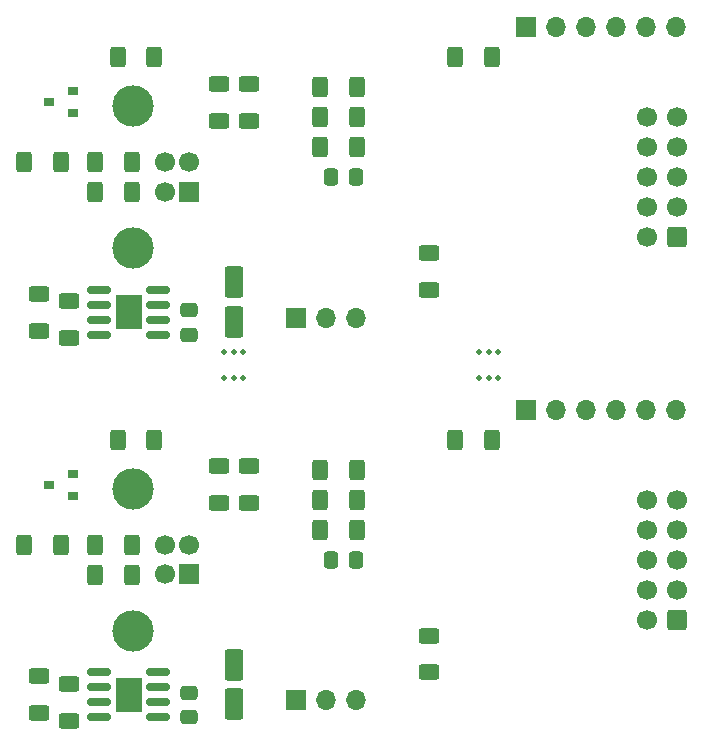
<source format=gbs>
%TF.GenerationSoftware,KiCad,Pcbnew,(6.0.2)*%
%TF.CreationDate,2023-02-28T18:47:33+01:00*%
%TF.ProjectId,st_link_diy_panel,73745f6c-696e-46b5-9f64-69795f70616e,rev?*%
%TF.SameCoordinates,Original*%
%TF.FileFunction,Soldermask,Bot*%
%TF.FilePolarity,Negative*%
%FSLAX46Y46*%
G04 Gerber Fmt 4.6, Leading zero omitted, Abs format (unit mm)*
G04 Created by KiCad (PCBNEW (6.0.2)) date 2023-02-28 18:47:33*
%MOMM*%
%LPD*%
G01*
G04 APERTURE LIST*
G04 Aperture macros list*
%AMRoundRect*
0 Rectangle with rounded corners*
0 $1 Rounding radius*
0 $2 $3 $4 $5 $6 $7 $8 $9 X,Y pos of 4 corners*
0 Add a 4 corners polygon primitive as box body*
4,1,4,$2,$3,$4,$5,$6,$7,$8,$9,$2,$3,0*
0 Add four circle primitives for the rounded corners*
1,1,$1+$1,$2,$3*
1,1,$1+$1,$4,$5*
1,1,$1+$1,$6,$7*
1,1,$1+$1,$8,$9*
0 Add four rect primitives between the rounded corners*
20,1,$1+$1,$2,$3,$4,$5,0*
20,1,$1+$1,$4,$5,$6,$7,0*
20,1,$1+$1,$6,$7,$8,$9,0*
20,1,$1+$1,$8,$9,$2,$3,0*%
G04 Aperture macros list end*
%ADD10RoundRect,0.250000X0.400000X0.625000X-0.400000X0.625000X-0.400000X-0.625000X0.400000X-0.625000X0*%
%ADD11RoundRect,0.250000X-0.550000X1.075000X-0.550000X-1.075000X0.550000X-1.075000X0.550000X1.075000X0*%
%ADD12RoundRect,0.250000X-0.625000X0.400000X-0.625000X-0.400000X0.625000X-0.400000X0.625000X0.400000X0*%
%ADD13R,0.900000X0.800000*%
%ADD14RoundRect,0.250000X-0.337500X-0.475000X0.337500X-0.475000X0.337500X0.475000X-0.337500X0.475000X0*%
%ADD15RoundRect,0.150000X0.825000X0.150000X-0.825000X0.150000X-0.825000X-0.150000X0.825000X-0.150000X0*%
%ADD16R,2.290000X3.000000*%
%ADD17RoundRect,0.250000X-0.400000X-0.625000X0.400000X-0.625000X0.400000X0.625000X-0.400000X0.625000X0*%
%ADD18RoundRect,0.250000X0.625000X-0.400000X0.625000X0.400000X-0.625000X0.400000X-0.625000X-0.400000X0*%
%ADD19RoundRect,0.250000X0.475000X-0.337500X0.475000X0.337500X-0.475000X0.337500X-0.475000X-0.337500X0*%
%ADD20R,1.700000X1.700000*%
%ADD21O,1.700000X1.700000*%
%ADD22C,1.700000*%
%ADD23C,3.500000*%
%ADD24RoundRect,0.250000X0.600000X0.600000X-0.600000X0.600000X-0.600000X-0.600000X0.600000X-0.600000X0*%
%ADD25C,0.500000*%
G04 APERTURE END LIST*
D10*
%TO.C,R7*%
X115850000Y-144780000D03*
X112750000Y-144780000D03*
%TD*%
%TO.C,R13*%
X134900000Y-140970000D03*
X131800000Y-140970000D03*
%TD*%
D11*
%TO.C,C2*%
X124460000Y-152400000D03*
X124460000Y-155750000D03*
%TD*%
D12*
%TO.C,R1*%
X110490000Y-154025000D03*
X110490000Y-157125000D03*
%TD*%
D13*
%TO.C,Q1*%
X110855000Y-136210000D03*
X110855000Y-138110000D03*
X108855000Y-137160000D03*
%TD*%
D10*
%TO.C,R3*%
X115850000Y-142240000D03*
X112750000Y-142240000D03*
%TD*%
D14*
%TO.C,C5*%
X132715000Y-143510000D03*
X134790000Y-143510000D03*
%TD*%
D15*
%TO.C,U1*%
X118045000Y-153035000D03*
X118045000Y-154305000D03*
X118045000Y-155575000D03*
X118045000Y-156845000D03*
X113095000Y-156845000D03*
X113095000Y-155575000D03*
X113095000Y-154305000D03*
X113095000Y-153035000D03*
D16*
X115570000Y-154940000D03*
%TD*%
D10*
%TO.C,R9*%
X146330000Y-133350000D03*
X143230000Y-133350000D03*
%TD*%
D12*
%TO.C,R16*%
X140970000Y-149935000D03*
X140970000Y-153035000D03*
%TD*%
D17*
%TO.C,R11*%
X131800000Y-138430000D03*
X134900000Y-138430000D03*
%TD*%
%TO.C,R8*%
X114655000Y-133350000D03*
X117755000Y-133350000D03*
%TD*%
D10*
%TO.C,R6*%
X109855000Y-142240000D03*
X106755000Y-142240000D03*
%TD*%
D18*
%TO.C,R4*%
X123190000Y-138710000D03*
X123190000Y-135610000D03*
%TD*%
D19*
%TO.C,C1*%
X120650000Y-156845000D03*
X120650000Y-154770000D03*
%TD*%
D18*
%TO.C,R5*%
X125730000Y-138710000D03*
X125730000Y-135610000D03*
%TD*%
D12*
%TO.C,R2*%
X107950000Y-153390000D03*
X107950000Y-156490000D03*
%TD*%
D17*
%TO.C,R10*%
X131800000Y-135890000D03*
X134900000Y-135890000D03*
%TD*%
D20*
%TO.C,JP1*%
X129745000Y-155410000D03*
D21*
X132285000Y-155410000D03*
X134825000Y-155410000D03*
%TD*%
D20*
%TO.C,J1*%
X120650000Y-144760000D03*
D22*
X120650000Y-142260000D03*
X118650000Y-142260000D03*
X118650000Y-144760000D03*
D23*
X115940000Y-137490000D03*
X115940000Y-149530000D03*
%TD*%
D24*
%TO.C,J2*%
X162042500Y-148590000D03*
D22*
X159502500Y-148590000D03*
X162042500Y-146050000D03*
X159502500Y-146050000D03*
X162042500Y-143510000D03*
X159502500Y-143510000D03*
X162042500Y-140970000D03*
X159502500Y-140970000D03*
X162042500Y-138430000D03*
X159502500Y-138430000D03*
%TD*%
D20*
%TO.C,J3*%
X149225000Y-130810000D03*
D21*
X151765000Y-130810000D03*
X154305000Y-130810000D03*
X156845000Y-130810000D03*
X159385000Y-130810000D03*
X161925000Y-130810000D03*
%TD*%
D25*
%TO.C,mouse-bite-2.54mm-slot*%
X146850000Y-128100000D03*
X146050000Y-125900000D03*
X146850000Y-125900000D03*
X145250000Y-125900000D03*
X146050000Y-128100000D03*
X145250000Y-128100000D03*
%TD*%
%TO.C,mouse-bite-2.54mm-slot*%
X124460000Y-125900000D03*
X124460000Y-128100000D03*
X125260000Y-125900000D03*
X123660000Y-125900000D03*
X123660000Y-128100000D03*
X125260000Y-128100000D03*
%TD*%
D24*
%TO.C,J2*%
X162042500Y-116205000D03*
D22*
X159502500Y-116205000D03*
X162042500Y-113665000D03*
X159502500Y-113665000D03*
X162042500Y-111125000D03*
X159502500Y-111125000D03*
X162042500Y-108585000D03*
X159502500Y-108585000D03*
X162042500Y-106045000D03*
X159502500Y-106045000D03*
%TD*%
D20*
%TO.C,J1*%
X120650000Y-112375000D03*
D22*
X120650000Y-109875000D03*
X118650000Y-109875000D03*
X118650000Y-112375000D03*
D23*
X115940000Y-105105000D03*
X115940000Y-117145000D03*
%TD*%
D20*
%TO.C,J3*%
X149225000Y-98425000D03*
D21*
X151765000Y-98425000D03*
X154305000Y-98425000D03*
X156845000Y-98425000D03*
X159385000Y-98425000D03*
X161925000Y-98425000D03*
%TD*%
D20*
%TO.C,JP1*%
X129745000Y-123025000D03*
D21*
X132285000Y-123025000D03*
X134825000Y-123025000D03*
%TD*%
D17*
%TO.C,R11*%
X131800000Y-106045000D03*
X134900000Y-106045000D03*
%TD*%
D15*
%TO.C,U1*%
X118045000Y-120650000D03*
X118045000Y-121920000D03*
X118045000Y-123190000D03*
X118045000Y-124460000D03*
X113095000Y-124460000D03*
X113095000Y-123190000D03*
X113095000Y-121920000D03*
X113095000Y-120650000D03*
D16*
X115570000Y-122555000D03*
%TD*%
D10*
%TO.C,R7*%
X115850000Y-112395000D03*
X112750000Y-112395000D03*
%TD*%
D12*
%TO.C,R16*%
X140970000Y-117550000D03*
X140970000Y-120650000D03*
%TD*%
D13*
%TO.C,Q1*%
X110855000Y-103825000D03*
X110855000Y-105725000D03*
X108855000Y-104775000D03*
%TD*%
D10*
%TO.C,R3*%
X115850000Y-109855000D03*
X112750000Y-109855000D03*
%TD*%
D12*
%TO.C,R1*%
X110490000Y-121640000D03*
X110490000Y-124740000D03*
%TD*%
D17*
%TO.C,R8*%
X114655000Y-100965000D03*
X117755000Y-100965000D03*
%TD*%
D10*
%TO.C,R13*%
X134900000Y-108585000D03*
X131800000Y-108585000D03*
%TD*%
%TO.C,R9*%
X146330000Y-100965000D03*
X143230000Y-100965000D03*
%TD*%
D11*
%TO.C,C2*%
X124460000Y-120015000D03*
X124460000Y-123365000D03*
%TD*%
D14*
%TO.C,C5*%
X132715000Y-111125000D03*
X134790000Y-111125000D03*
%TD*%
D19*
%TO.C,C1*%
X120650000Y-124460000D03*
X120650000Y-122385000D03*
%TD*%
D18*
%TO.C,R4*%
X123190000Y-106325000D03*
X123190000Y-103225000D03*
%TD*%
D12*
%TO.C,R2*%
X107950000Y-121005000D03*
X107950000Y-124105000D03*
%TD*%
D17*
%TO.C,R10*%
X131800000Y-103505000D03*
X134900000Y-103505000D03*
%TD*%
D10*
%TO.C,R6*%
X109855000Y-109855000D03*
X106755000Y-109855000D03*
%TD*%
D18*
%TO.C,R5*%
X125730000Y-106325000D03*
X125730000Y-103225000D03*
%TD*%
M02*

</source>
